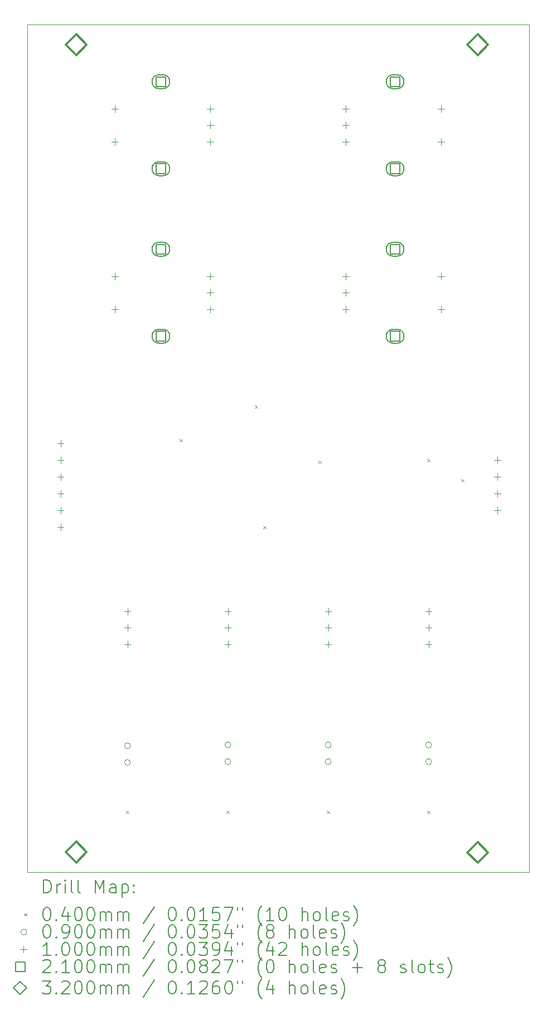
<source format=gbr>
%TF.GenerationSoftware,KiCad,Pcbnew,(6.0.11)*%
%TF.CreationDate,2023-04-05T13:23:07-07:00*%
%TF.ProjectId,IOBoard_ATSAMD21,494f426f-6172-4645-9f41-5453414d4432,rev?*%
%TF.SameCoordinates,Original*%
%TF.FileFunction,Drillmap*%
%TF.FilePolarity,Positive*%
%FSLAX45Y45*%
G04 Gerber Fmt 4.5, Leading zero omitted, Abs format (unit mm)*
G04 Created by KiCad (PCBNEW (6.0.11)) date 2023-04-05 13:23:07*
%MOMM*%
%LPD*%
G01*
G04 APERTURE LIST*
%ADD10C,0.100000*%
%ADD11C,0.200000*%
%ADD12C,0.040000*%
%ADD13C,0.090000*%
%ADD14C,0.210000*%
%ADD15C,0.320000*%
G04 APERTURE END LIST*
D10*
X5000000Y-5000000D02*
X12620000Y-5000000D01*
X12620000Y-5000000D02*
X12620000Y-17850000D01*
X12620000Y-17850000D02*
X5000000Y-17850000D01*
X5000000Y-17850000D02*
X5000000Y-5000000D01*
D11*
D12*
X6504000Y-16918000D02*
X6544000Y-16958000D01*
X6544000Y-16918000D02*
X6504000Y-16958000D01*
X7316800Y-11279200D02*
X7356800Y-11319200D01*
X7356800Y-11279200D02*
X7316800Y-11319200D01*
X8028000Y-16918000D02*
X8068000Y-16958000D01*
X8068000Y-16918000D02*
X8028000Y-16958000D01*
X8459800Y-10771200D02*
X8499800Y-10811200D01*
X8499800Y-10771200D02*
X8459800Y-10811200D01*
X8586800Y-12600000D02*
X8626800Y-12640000D01*
X8626800Y-12600000D02*
X8586800Y-12640000D01*
X9425000Y-11609400D02*
X9465000Y-11649400D01*
X9465000Y-11609400D02*
X9425000Y-11649400D01*
X9552000Y-16918000D02*
X9592000Y-16958000D01*
X9592000Y-16918000D02*
X9552000Y-16958000D01*
X11076000Y-11584000D02*
X11116000Y-11624000D01*
X11116000Y-11584000D02*
X11076000Y-11624000D01*
X11076000Y-16918000D02*
X11116000Y-16958000D01*
X11116000Y-16918000D02*
X11076000Y-16958000D01*
X11592400Y-11888800D02*
X11632400Y-11928800D01*
X11632400Y-11888800D02*
X11592400Y-11928800D01*
D13*
X6569000Y-15934000D02*
G75*
G03*
X6569000Y-15934000I-45000J0D01*
G01*
X6569000Y-16188000D02*
G75*
G03*
X6569000Y-16188000I-45000J0D01*
G01*
X8093000Y-15922000D02*
G75*
G03*
X8093000Y-15922000I-45000J0D01*
G01*
X8093000Y-16176000D02*
G75*
G03*
X8093000Y-16176000I-45000J0D01*
G01*
X9617000Y-15922000D02*
G75*
G03*
X9617000Y-15922000I-45000J0D01*
G01*
X9617000Y-16176000D02*
G75*
G03*
X9617000Y-16176000I-45000J0D01*
G01*
X11141000Y-15922000D02*
G75*
G03*
X11141000Y-15922000I-45000J0D01*
G01*
X11141000Y-16176000D02*
G75*
G03*
X11141000Y-16176000I-45000J0D01*
G01*
D10*
X5508000Y-11300000D02*
X5508000Y-11400000D01*
X5458000Y-11350000D02*
X5558000Y-11350000D01*
X5508000Y-11554000D02*
X5508000Y-11654000D01*
X5458000Y-11604000D02*
X5558000Y-11604000D01*
X5508000Y-11808000D02*
X5508000Y-11908000D01*
X5458000Y-11858000D02*
X5558000Y-11858000D01*
X5508000Y-12062000D02*
X5508000Y-12162000D01*
X5458000Y-12112000D02*
X5558000Y-12112000D01*
X5508000Y-12316000D02*
X5508000Y-12416000D01*
X5458000Y-12366000D02*
X5558000Y-12366000D01*
X5508000Y-12570000D02*
X5508000Y-12670000D01*
X5458000Y-12620000D02*
X5558000Y-12620000D01*
X6332000Y-6224000D02*
X6332000Y-6324000D01*
X6282000Y-6274000D02*
X6382000Y-6274000D01*
X6332000Y-6724000D02*
X6332000Y-6824000D01*
X6282000Y-6774000D02*
X6382000Y-6774000D01*
X6332000Y-8764000D02*
X6332000Y-8864000D01*
X6282000Y-8814000D02*
X6382000Y-8814000D01*
X6332000Y-9264000D02*
X6332000Y-9364000D01*
X6282000Y-9314000D02*
X6382000Y-9314000D01*
X6524000Y-13844000D02*
X6524000Y-13944000D01*
X6474000Y-13894000D02*
X6574000Y-13894000D01*
X6524000Y-14094000D02*
X6524000Y-14194000D01*
X6474000Y-14144000D02*
X6574000Y-14144000D01*
X6524000Y-14344000D02*
X6524000Y-14444000D01*
X6474000Y-14394000D02*
X6574000Y-14394000D01*
X7782000Y-6224000D02*
X7782000Y-6324000D01*
X7732000Y-6274000D02*
X7832000Y-6274000D01*
X7782000Y-6474000D02*
X7782000Y-6574000D01*
X7732000Y-6524000D02*
X7832000Y-6524000D01*
X7782000Y-6724000D02*
X7782000Y-6824000D01*
X7732000Y-6774000D02*
X7832000Y-6774000D01*
X7782000Y-8764000D02*
X7782000Y-8864000D01*
X7732000Y-8814000D02*
X7832000Y-8814000D01*
X7782000Y-9014000D02*
X7782000Y-9114000D01*
X7732000Y-9064000D02*
X7832000Y-9064000D01*
X7782000Y-9264000D02*
X7782000Y-9364000D01*
X7732000Y-9314000D02*
X7832000Y-9314000D01*
X8048000Y-13844000D02*
X8048000Y-13944000D01*
X7998000Y-13894000D02*
X8098000Y-13894000D01*
X8048000Y-14094000D02*
X8048000Y-14194000D01*
X7998000Y-14144000D02*
X8098000Y-14144000D01*
X8048000Y-14344000D02*
X8048000Y-14444000D01*
X7998000Y-14394000D02*
X8098000Y-14394000D01*
X9572000Y-13844000D02*
X9572000Y-13944000D01*
X9522000Y-13894000D02*
X9622000Y-13894000D01*
X9572000Y-14094000D02*
X9572000Y-14194000D01*
X9522000Y-14144000D02*
X9622000Y-14144000D01*
X9572000Y-14344000D02*
X9572000Y-14444000D01*
X9522000Y-14394000D02*
X9622000Y-14394000D01*
X9838000Y-6224000D02*
X9838000Y-6324000D01*
X9788000Y-6274000D02*
X9888000Y-6274000D01*
X9838000Y-6474000D02*
X9838000Y-6574000D01*
X9788000Y-6524000D02*
X9888000Y-6524000D01*
X9838000Y-6724000D02*
X9838000Y-6824000D01*
X9788000Y-6774000D02*
X9888000Y-6774000D01*
X9838000Y-8764000D02*
X9838000Y-8864000D01*
X9788000Y-8814000D02*
X9888000Y-8814000D01*
X9838000Y-9014000D02*
X9838000Y-9114000D01*
X9788000Y-9064000D02*
X9888000Y-9064000D01*
X9838000Y-9264000D02*
X9838000Y-9364000D01*
X9788000Y-9314000D02*
X9888000Y-9314000D01*
X11096000Y-13844000D02*
X11096000Y-13944000D01*
X11046000Y-13894000D02*
X11146000Y-13894000D01*
X11096000Y-14094000D02*
X11096000Y-14194000D01*
X11046000Y-14144000D02*
X11146000Y-14144000D01*
X11096000Y-14344000D02*
X11096000Y-14444000D01*
X11046000Y-14394000D02*
X11146000Y-14394000D01*
X11288000Y-6224000D02*
X11288000Y-6324000D01*
X11238000Y-6274000D02*
X11338000Y-6274000D01*
X11288000Y-6724000D02*
X11288000Y-6824000D01*
X11238000Y-6774000D02*
X11338000Y-6774000D01*
X11288000Y-8764000D02*
X11288000Y-8864000D01*
X11238000Y-8814000D02*
X11338000Y-8814000D01*
X11288000Y-9264000D02*
X11288000Y-9364000D01*
X11238000Y-9314000D02*
X11338000Y-9314000D01*
X12143750Y-11554000D02*
X12143750Y-11654000D01*
X12093750Y-11604000D02*
X12193750Y-11604000D01*
X12143750Y-11808000D02*
X12143750Y-11908000D01*
X12093750Y-11858000D02*
X12193750Y-11858000D01*
X12143750Y-12062000D02*
X12143750Y-12162000D01*
X12093750Y-12112000D02*
X12193750Y-12112000D01*
X12143750Y-12316000D02*
X12143750Y-12416000D01*
X12093750Y-12366000D02*
X12193750Y-12366000D01*
D14*
X7106247Y-5938247D02*
X7106247Y-5789753D01*
X6957753Y-5789753D01*
X6957753Y-5938247D01*
X7106247Y-5938247D01*
D11*
X7002000Y-5969000D02*
X7062000Y-5969000D01*
X7002000Y-5759000D02*
X7062000Y-5759000D01*
X7062000Y-5969000D02*
G75*
G03*
X7062000Y-5759000I0J105000D01*
G01*
X7002000Y-5759000D02*
G75*
G03*
X7002000Y-5969000I0J-105000D01*
G01*
D14*
X7106247Y-7258247D02*
X7106247Y-7109753D01*
X6957753Y-7109753D01*
X6957753Y-7258247D01*
X7106247Y-7258247D01*
D11*
X7002000Y-7289000D02*
X7062000Y-7289000D01*
X7002000Y-7079000D02*
X7062000Y-7079000D01*
X7062000Y-7289000D02*
G75*
G03*
X7062000Y-7079000I0J105000D01*
G01*
X7002000Y-7079000D02*
G75*
G03*
X7002000Y-7289000I0J-105000D01*
G01*
D14*
X7106247Y-8478247D02*
X7106247Y-8329753D01*
X6957753Y-8329753D01*
X6957753Y-8478247D01*
X7106247Y-8478247D01*
D11*
X7002000Y-8509000D02*
X7062000Y-8509000D01*
X7002000Y-8299000D02*
X7062000Y-8299000D01*
X7062000Y-8509000D02*
G75*
G03*
X7062000Y-8299000I0J105000D01*
G01*
X7002000Y-8299000D02*
G75*
G03*
X7002000Y-8509000I0J-105000D01*
G01*
D14*
X7106247Y-9798247D02*
X7106247Y-9649753D01*
X6957753Y-9649753D01*
X6957753Y-9798247D01*
X7106247Y-9798247D01*
D11*
X7002000Y-9829000D02*
X7062000Y-9829000D01*
X7002000Y-9619000D02*
X7062000Y-9619000D01*
X7062000Y-9829000D02*
G75*
G03*
X7062000Y-9619000I0J105000D01*
G01*
X7002000Y-9619000D02*
G75*
G03*
X7002000Y-9829000I0J-105000D01*
G01*
D14*
X10662247Y-5938247D02*
X10662247Y-5789753D01*
X10513753Y-5789753D01*
X10513753Y-5938247D01*
X10662247Y-5938247D01*
D11*
X10618000Y-5759000D02*
X10558000Y-5759000D01*
X10618000Y-5969000D02*
X10558000Y-5969000D01*
X10558000Y-5759000D02*
G75*
G03*
X10558000Y-5969000I0J-105000D01*
G01*
X10618000Y-5969000D02*
G75*
G03*
X10618000Y-5759000I0J105000D01*
G01*
D14*
X10662247Y-7258247D02*
X10662247Y-7109753D01*
X10513753Y-7109753D01*
X10513753Y-7258247D01*
X10662247Y-7258247D01*
D11*
X10618000Y-7079000D02*
X10558000Y-7079000D01*
X10618000Y-7289000D02*
X10558000Y-7289000D01*
X10558000Y-7079000D02*
G75*
G03*
X10558000Y-7289000I0J-105000D01*
G01*
X10618000Y-7289000D02*
G75*
G03*
X10618000Y-7079000I0J105000D01*
G01*
D14*
X10662247Y-8478247D02*
X10662247Y-8329753D01*
X10513753Y-8329753D01*
X10513753Y-8478247D01*
X10662247Y-8478247D01*
D11*
X10618000Y-8299000D02*
X10558000Y-8299000D01*
X10618000Y-8509000D02*
X10558000Y-8509000D01*
X10558000Y-8299000D02*
G75*
G03*
X10558000Y-8509000I0J-105000D01*
G01*
X10618000Y-8509000D02*
G75*
G03*
X10618000Y-8299000I0J105000D01*
G01*
D14*
X10662247Y-9798247D02*
X10662247Y-9649753D01*
X10513753Y-9649753D01*
X10513753Y-9798247D01*
X10662247Y-9798247D01*
D11*
X10618000Y-9619000D02*
X10558000Y-9619000D01*
X10618000Y-9829000D02*
X10558000Y-9829000D01*
X10558000Y-9619000D02*
G75*
G03*
X10558000Y-9829000I0J-105000D01*
G01*
X10618000Y-9829000D02*
G75*
G03*
X10618000Y-9619000I0J105000D01*
G01*
D15*
X5745000Y-5460000D02*
X5905000Y-5300000D01*
X5745000Y-5140000D01*
X5585000Y-5300000D01*
X5745000Y-5460000D01*
X5745000Y-17702800D02*
X5905000Y-17542800D01*
X5745000Y-17382800D01*
X5585000Y-17542800D01*
X5745000Y-17702800D01*
X11841000Y-5460000D02*
X12001000Y-5300000D01*
X11841000Y-5140000D01*
X11681000Y-5300000D01*
X11841000Y-5460000D01*
X11841000Y-17710000D02*
X12001000Y-17550000D01*
X11841000Y-17390000D01*
X11681000Y-17550000D01*
X11841000Y-17710000D01*
D11*
X5252619Y-18165476D02*
X5252619Y-17965476D01*
X5300238Y-17965476D01*
X5328810Y-17975000D01*
X5347857Y-17994048D01*
X5357381Y-18013095D01*
X5366905Y-18051190D01*
X5366905Y-18079762D01*
X5357381Y-18117857D01*
X5347857Y-18136905D01*
X5328810Y-18155952D01*
X5300238Y-18165476D01*
X5252619Y-18165476D01*
X5452619Y-18165476D02*
X5452619Y-18032143D01*
X5452619Y-18070238D02*
X5462143Y-18051190D01*
X5471667Y-18041667D01*
X5490714Y-18032143D01*
X5509762Y-18032143D01*
X5576429Y-18165476D02*
X5576429Y-18032143D01*
X5576429Y-17965476D02*
X5566905Y-17975000D01*
X5576429Y-17984524D01*
X5585952Y-17975000D01*
X5576429Y-17965476D01*
X5576429Y-17984524D01*
X5700238Y-18165476D02*
X5681190Y-18155952D01*
X5671667Y-18136905D01*
X5671667Y-17965476D01*
X5805000Y-18165476D02*
X5785952Y-18155952D01*
X5776428Y-18136905D01*
X5776428Y-17965476D01*
X6033571Y-18165476D02*
X6033571Y-17965476D01*
X6100238Y-18108333D01*
X6166905Y-17965476D01*
X6166905Y-18165476D01*
X6347857Y-18165476D02*
X6347857Y-18060714D01*
X6338333Y-18041667D01*
X6319286Y-18032143D01*
X6281190Y-18032143D01*
X6262143Y-18041667D01*
X6347857Y-18155952D02*
X6328809Y-18165476D01*
X6281190Y-18165476D01*
X6262143Y-18155952D01*
X6252619Y-18136905D01*
X6252619Y-18117857D01*
X6262143Y-18098810D01*
X6281190Y-18089286D01*
X6328809Y-18089286D01*
X6347857Y-18079762D01*
X6443095Y-18032143D02*
X6443095Y-18232143D01*
X6443095Y-18041667D02*
X6462143Y-18032143D01*
X6500238Y-18032143D01*
X6519286Y-18041667D01*
X6528809Y-18051190D01*
X6538333Y-18070238D01*
X6538333Y-18127381D01*
X6528809Y-18146429D01*
X6519286Y-18155952D01*
X6500238Y-18165476D01*
X6462143Y-18165476D01*
X6443095Y-18155952D01*
X6624048Y-18146429D02*
X6633571Y-18155952D01*
X6624048Y-18165476D01*
X6614524Y-18155952D01*
X6624048Y-18146429D01*
X6624048Y-18165476D01*
X6624048Y-18041667D02*
X6633571Y-18051190D01*
X6624048Y-18060714D01*
X6614524Y-18051190D01*
X6624048Y-18041667D01*
X6624048Y-18060714D01*
D12*
X4955000Y-18475000D02*
X4995000Y-18515000D01*
X4995000Y-18475000D02*
X4955000Y-18515000D01*
D11*
X5290714Y-18385476D02*
X5309762Y-18385476D01*
X5328810Y-18395000D01*
X5338333Y-18404524D01*
X5347857Y-18423571D01*
X5357381Y-18461667D01*
X5357381Y-18509286D01*
X5347857Y-18547381D01*
X5338333Y-18566429D01*
X5328810Y-18575952D01*
X5309762Y-18585476D01*
X5290714Y-18585476D01*
X5271667Y-18575952D01*
X5262143Y-18566429D01*
X5252619Y-18547381D01*
X5243095Y-18509286D01*
X5243095Y-18461667D01*
X5252619Y-18423571D01*
X5262143Y-18404524D01*
X5271667Y-18395000D01*
X5290714Y-18385476D01*
X5443095Y-18566429D02*
X5452619Y-18575952D01*
X5443095Y-18585476D01*
X5433571Y-18575952D01*
X5443095Y-18566429D01*
X5443095Y-18585476D01*
X5624048Y-18452143D02*
X5624048Y-18585476D01*
X5576429Y-18375952D02*
X5528810Y-18518810D01*
X5652619Y-18518810D01*
X5766905Y-18385476D02*
X5785952Y-18385476D01*
X5805000Y-18395000D01*
X5814524Y-18404524D01*
X5824048Y-18423571D01*
X5833571Y-18461667D01*
X5833571Y-18509286D01*
X5824048Y-18547381D01*
X5814524Y-18566429D01*
X5805000Y-18575952D01*
X5785952Y-18585476D01*
X5766905Y-18585476D01*
X5747857Y-18575952D01*
X5738333Y-18566429D01*
X5728809Y-18547381D01*
X5719286Y-18509286D01*
X5719286Y-18461667D01*
X5728809Y-18423571D01*
X5738333Y-18404524D01*
X5747857Y-18395000D01*
X5766905Y-18385476D01*
X5957381Y-18385476D02*
X5976428Y-18385476D01*
X5995476Y-18395000D01*
X6005000Y-18404524D01*
X6014524Y-18423571D01*
X6024048Y-18461667D01*
X6024048Y-18509286D01*
X6014524Y-18547381D01*
X6005000Y-18566429D01*
X5995476Y-18575952D01*
X5976428Y-18585476D01*
X5957381Y-18585476D01*
X5938333Y-18575952D01*
X5928809Y-18566429D01*
X5919286Y-18547381D01*
X5909762Y-18509286D01*
X5909762Y-18461667D01*
X5919286Y-18423571D01*
X5928809Y-18404524D01*
X5938333Y-18395000D01*
X5957381Y-18385476D01*
X6109762Y-18585476D02*
X6109762Y-18452143D01*
X6109762Y-18471190D02*
X6119286Y-18461667D01*
X6138333Y-18452143D01*
X6166905Y-18452143D01*
X6185952Y-18461667D01*
X6195476Y-18480714D01*
X6195476Y-18585476D01*
X6195476Y-18480714D02*
X6205000Y-18461667D01*
X6224048Y-18452143D01*
X6252619Y-18452143D01*
X6271667Y-18461667D01*
X6281190Y-18480714D01*
X6281190Y-18585476D01*
X6376428Y-18585476D02*
X6376428Y-18452143D01*
X6376428Y-18471190D02*
X6385952Y-18461667D01*
X6405000Y-18452143D01*
X6433571Y-18452143D01*
X6452619Y-18461667D01*
X6462143Y-18480714D01*
X6462143Y-18585476D01*
X6462143Y-18480714D02*
X6471667Y-18461667D01*
X6490714Y-18452143D01*
X6519286Y-18452143D01*
X6538333Y-18461667D01*
X6547857Y-18480714D01*
X6547857Y-18585476D01*
X6938333Y-18375952D02*
X6766905Y-18633095D01*
X7195476Y-18385476D02*
X7214524Y-18385476D01*
X7233571Y-18395000D01*
X7243095Y-18404524D01*
X7252619Y-18423571D01*
X7262143Y-18461667D01*
X7262143Y-18509286D01*
X7252619Y-18547381D01*
X7243095Y-18566429D01*
X7233571Y-18575952D01*
X7214524Y-18585476D01*
X7195476Y-18585476D01*
X7176428Y-18575952D01*
X7166905Y-18566429D01*
X7157381Y-18547381D01*
X7147857Y-18509286D01*
X7147857Y-18461667D01*
X7157381Y-18423571D01*
X7166905Y-18404524D01*
X7176428Y-18395000D01*
X7195476Y-18385476D01*
X7347857Y-18566429D02*
X7357381Y-18575952D01*
X7347857Y-18585476D01*
X7338333Y-18575952D01*
X7347857Y-18566429D01*
X7347857Y-18585476D01*
X7481190Y-18385476D02*
X7500238Y-18385476D01*
X7519286Y-18395000D01*
X7528809Y-18404524D01*
X7538333Y-18423571D01*
X7547857Y-18461667D01*
X7547857Y-18509286D01*
X7538333Y-18547381D01*
X7528809Y-18566429D01*
X7519286Y-18575952D01*
X7500238Y-18585476D01*
X7481190Y-18585476D01*
X7462143Y-18575952D01*
X7452619Y-18566429D01*
X7443095Y-18547381D01*
X7433571Y-18509286D01*
X7433571Y-18461667D01*
X7443095Y-18423571D01*
X7452619Y-18404524D01*
X7462143Y-18395000D01*
X7481190Y-18385476D01*
X7738333Y-18585476D02*
X7624048Y-18585476D01*
X7681190Y-18585476D02*
X7681190Y-18385476D01*
X7662143Y-18414048D01*
X7643095Y-18433095D01*
X7624048Y-18442619D01*
X7919286Y-18385476D02*
X7824048Y-18385476D01*
X7814524Y-18480714D01*
X7824048Y-18471190D01*
X7843095Y-18461667D01*
X7890714Y-18461667D01*
X7909762Y-18471190D01*
X7919286Y-18480714D01*
X7928809Y-18499762D01*
X7928809Y-18547381D01*
X7919286Y-18566429D01*
X7909762Y-18575952D01*
X7890714Y-18585476D01*
X7843095Y-18585476D01*
X7824048Y-18575952D01*
X7814524Y-18566429D01*
X7995476Y-18385476D02*
X8128809Y-18385476D01*
X8043095Y-18585476D01*
X8195476Y-18385476D02*
X8195476Y-18423571D01*
X8271667Y-18385476D02*
X8271667Y-18423571D01*
X8566905Y-18661667D02*
X8557381Y-18652143D01*
X8538333Y-18623571D01*
X8528810Y-18604524D01*
X8519286Y-18575952D01*
X8509762Y-18528333D01*
X8509762Y-18490238D01*
X8519286Y-18442619D01*
X8528810Y-18414048D01*
X8538333Y-18395000D01*
X8557381Y-18366429D01*
X8566905Y-18356905D01*
X8747857Y-18585476D02*
X8633571Y-18585476D01*
X8690714Y-18585476D02*
X8690714Y-18385476D01*
X8671667Y-18414048D01*
X8652619Y-18433095D01*
X8633571Y-18442619D01*
X8871667Y-18385476D02*
X8890714Y-18385476D01*
X8909762Y-18395000D01*
X8919286Y-18404524D01*
X8928810Y-18423571D01*
X8938333Y-18461667D01*
X8938333Y-18509286D01*
X8928810Y-18547381D01*
X8919286Y-18566429D01*
X8909762Y-18575952D01*
X8890714Y-18585476D01*
X8871667Y-18585476D01*
X8852619Y-18575952D01*
X8843095Y-18566429D01*
X8833571Y-18547381D01*
X8824048Y-18509286D01*
X8824048Y-18461667D01*
X8833571Y-18423571D01*
X8843095Y-18404524D01*
X8852619Y-18395000D01*
X8871667Y-18385476D01*
X9176429Y-18585476D02*
X9176429Y-18385476D01*
X9262143Y-18585476D02*
X9262143Y-18480714D01*
X9252619Y-18461667D01*
X9233571Y-18452143D01*
X9205000Y-18452143D01*
X9185952Y-18461667D01*
X9176429Y-18471190D01*
X9385952Y-18585476D02*
X9366905Y-18575952D01*
X9357381Y-18566429D01*
X9347857Y-18547381D01*
X9347857Y-18490238D01*
X9357381Y-18471190D01*
X9366905Y-18461667D01*
X9385952Y-18452143D01*
X9414524Y-18452143D01*
X9433571Y-18461667D01*
X9443095Y-18471190D01*
X9452619Y-18490238D01*
X9452619Y-18547381D01*
X9443095Y-18566429D01*
X9433571Y-18575952D01*
X9414524Y-18585476D01*
X9385952Y-18585476D01*
X9566905Y-18585476D02*
X9547857Y-18575952D01*
X9538333Y-18556905D01*
X9538333Y-18385476D01*
X9719286Y-18575952D02*
X9700238Y-18585476D01*
X9662143Y-18585476D01*
X9643095Y-18575952D01*
X9633571Y-18556905D01*
X9633571Y-18480714D01*
X9643095Y-18461667D01*
X9662143Y-18452143D01*
X9700238Y-18452143D01*
X9719286Y-18461667D01*
X9728810Y-18480714D01*
X9728810Y-18499762D01*
X9633571Y-18518810D01*
X9805000Y-18575952D02*
X9824048Y-18585476D01*
X9862143Y-18585476D01*
X9881190Y-18575952D01*
X9890714Y-18556905D01*
X9890714Y-18547381D01*
X9881190Y-18528333D01*
X9862143Y-18518810D01*
X9833571Y-18518810D01*
X9814524Y-18509286D01*
X9805000Y-18490238D01*
X9805000Y-18480714D01*
X9814524Y-18461667D01*
X9833571Y-18452143D01*
X9862143Y-18452143D01*
X9881190Y-18461667D01*
X9957381Y-18661667D02*
X9966905Y-18652143D01*
X9985952Y-18623571D01*
X9995476Y-18604524D01*
X10005000Y-18575952D01*
X10014524Y-18528333D01*
X10014524Y-18490238D01*
X10005000Y-18442619D01*
X9995476Y-18414048D01*
X9985952Y-18395000D01*
X9966905Y-18366429D01*
X9957381Y-18356905D01*
D13*
X4995000Y-18759000D02*
G75*
G03*
X4995000Y-18759000I-45000J0D01*
G01*
D11*
X5290714Y-18649476D02*
X5309762Y-18649476D01*
X5328810Y-18659000D01*
X5338333Y-18668524D01*
X5347857Y-18687571D01*
X5357381Y-18725667D01*
X5357381Y-18773286D01*
X5347857Y-18811381D01*
X5338333Y-18830429D01*
X5328810Y-18839952D01*
X5309762Y-18849476D01*
X5290714Y-18849476D01*
X5271667Y-18839952D01*
X5262143Y-18830429D01*
X5252619Y-18811381D01*
X5243095Y-18773286D01*
X5243095Y-18725667D01*
X5252619Y-18687571D01*
X5262143Y-18668524D01*
X5271667Y-18659000D01*
X5290714Y-18649476D01*
X5443095Y-18830429D02*
X5452619Y-18839952D01*
X5443095Y-18849476D01*
X5433571Y-18839952D01*
X5443095Y-18830429D01*
X5443095Y-18849476D01*
X5547857Y-18849476D02*
X5585952Y-18849476D01*
X5605000Y-18839952D01*
X5614524Y-18830429D01*
X5633571Y-18801857D01*
X5643095Y-18763762D01*
X5643095Y-18687571D01*
X5633571Y-18668524D01*
X5624048Y-18659000D01*
X5605000Y-18649476D01*
X5566905Y-18649476D01*
X5547857Y-18659000D01*
X5538333Y-18668524D01*
X5528810Y-18687571D01*
X5528810Y-18735190D01*
X5538333Y-18754238D01*
X5547857Y-18763762D01*
X5566905Y-18773286D01*
X5605000Y-18773286D01*
X5624048Y-18763762D01*
X5633571Y-18754238D01*
X5643095Y-18735190D01*
X5766905Y-18649476D02*
X5785952Y-18649476D01*
X5805000Y-18659000D01*
X5814524Y-18668524D01*
X5824048Y-18687571D01*
X5833571Y-18725667D01*
X5833571Y-18773286D01*
X5824048Y-18811381D01*
X5814524Y-18830429D01*
X5805000Y-18839952D01*
X5785952Y-18849476D01*
X5766905Y-18849476D01*
X5747857Y-18839952D01*
X5738333Y-18830429D01*
X5728809Y-18811381D01*
X5719286Y-18773286D01*
X5719286Y-18725667D01*
X5728809Y-18687571D01*
X5738333Y-18668524D01*
X5747857Y-18659000D01*
X5766905Y-18649476D01*
X5957381Y-18649476D02*
X5976428Y-18649476D01*
X5995476Y-18659000D01*
X6005000Y-18668524D01*
X6014524Y-18687571D01*
X6024048Y-18725667D01*
X6024048Y-18773286D01*
X6014524Y-18811381D01*
X6005000Y-18830429D01*
X5995476Y-18839952D01*
X5976428Y-18849476D01*
X5957381Y-18849476D01*
X5938333Y-18839952D01*
X5928809Y-18830429D01*
X5919286Y-18811381D01*
X5909762Y-18773286D01*
X5909762Y-18725667D01*
X5919286Y-18687571D01*
X5928809Y-18668524D01*
X5938333Y-18659000D01*
X5957381Y-18649476D01*
X6109762Y-18849476D02*
X6109762Y-18716143D01*
X6109762Y-18735190D02*
X6119286Y-18725667D01*
X6138333Y-18716143D01*
X6166905Y-18716143D01*
X6185952Y-18725667D01*
X6195476Y-18744714D01*
X6195476Y-18849476D01*
X6195476Y-18744714D02*
X6205000Y-18725667D01*
X6224048Y-18716143D01*
X6252619Y-18716143D01*
X6271667Y-18725667D01*
X6281190Y-18744714D01*
X6281190Y-18849476D01*
X6376428Y-18849476D02*
X6376428Y-18716143D01*
X6376428Y-18735190D02*
X6385952Y-18725667D01*
X6405000Y-18716143D01*
X6433571Y-18716143D01*
X6452619Y-18725667D01*
X6462143Y-18744714D01*
X6462143Y-18849476D01*
X6462143Y-18744714D02*
X6471667Y-18725667D01*
X6490714Y-18716143D01*
X6519286Y-18716143D01*
X6538333Y-18725667D01*
X6547857Y-18744714D01*
X6547857Y-18849476D01*
X6938333Y-18639952D02*
X6766905Y-18897095D01*
X7195476Y-18649476D02*
X7214524Y-18649476D01*
X7233571Y-18659000D01*
X7243095Y-18668524D01*
X7252619Y-18687571D01*
X7262143Y-18725667D01*
X7262143Y-18773286D01*
X7252619Y-18811381D01*
X7243095Y-18830429D01*
X7233571Y-18839952D01*
X7214524Y-18849476D01*
X7195476Y-18849476D01*
X7176428Y-18839952D01*
X7166905Y-18830429D01*
X7157381Y-18811381D01*
X7147857Y-18773286D01*
X7147857Y-18725667D01*
X7157381Y-18687571D01*
X7166905Y-18668524D01*
X7176428Y-18659000D01*
X7195476Y-18649476D01*
X7347857Y-18830429D02*
X7357381Y-18839952D01*
X7347857Y-18849476D01*
X7338333Y-18839952D01*
X7347857Y-18830429D01*
X7347857Y-18849476D01*
X7481190Y-18649476D02*
X7500238Y-18649476D01*
X7519286Y-18659000D01*
X7528809Y-18668524D01*
X7538333Y-18687571D01*
X7547857Y-18725667D01*
X7547857Y-18773286D01*
X7538333Y-18811381D01*
X7528809Y-18830429D01*
X7519286Y-18839952D01*
X7500238Y-18849476D01*
X7481190Y-18849476D01*
X7462143Y-18839952D01*
X7452619Y-18830429D01*
X7443095Y-18811381D01*
X7433571Y-18773286D01*
X7433571Y-18725667D01*
X7443095Y-18687571D01*
X7452619Y-18668524D01*
X7462143Y-18659000D01*
X7481190Y-18649476D01*
X7614524Y-18649476D02*
X7738333Y-18649476D01*
X7671667Y-18725667D01*
X7700238Y-18725667D01*
X7719286Y-18735190D01*
X7728809Y-18744714D01*
X7738333Y-18763762D01*
X7738333Y-18811381D01*
X7728809Y-18830429D01*
X7719286Y-18839952D01*
X7700238Y-18849476D01*
X7643095Y-18849476D01*
X7624048Y-18839952D01*
X7614524Y-18830429D01*
X7919286Y-18649476D02*
X7824048Y-18649476D01*
X7814524Y-18744714D01*
X7824048Y-18735190D01*
X7843095Y-18725667D01*
X7890714Y-18725667D01*
X7909762Y-18735190D01*
X7919286Y-18744714D01*
X7928809Y-18763762D01*
X7928809Y-18811381D01*
X7919286Y-18830429D01*
X7909762Y-18839952D01*
X7890714Y-18849476D01*
X7843095Y-18849476D01*
X7824048Y-18839952D01*
X7814524Y-18830429D01*
X8100238Y-18716143D02*
X8100238Y-18849476D01*
X8052619Y-18639952D02*
X8005000Y-18782810D01*
X8128809Y-18782810D01*
X8195476Y-18649476D02*
X8195476Y-18687571D01*
X8271667Y-18649476D02*
X8271667Y-18687571D01*
X8566905Y-18925667D02*
X8557381Y-18916143D01*
X8538333Y-18887571D01*
X8528810Y-18868524D01*
X8519286Y-18839952D01*
X8509762Y-18792333D01*
X8509762Y-18754238D01*
X8519286Y-18706619D01*
X8528810Y-18678048D01*
X8538333Y-18659000D01*
X8557381Y-18630429D01*
X8566905Y-18620905D01*
X8671667Y-18735190D02*
X8652619Y-18725667D01*
X8643095Y-18716143D01*
X8633571Y-18697095D01*
X8633571Y-18687571D01*
X8643095Y-18668524D01*
X8652619Y-18659000D01*
X8671667Y-18649476D01*
X8709762Y-18649476D01*
X8728810Y-18659000D01*
X8738333Y-18668524D01*
X8747857Y-18687571D01*
X8747857Y-18697095D01*
X8738333Y-18716143D01*
X8728810Y-18725667D01*
X8709762Y-18735190D01*
X8671667Y-18735190D01*
X8652619Y-18744714D01*
X8643095Y-18754238D01*
X8633571Y-18773286D01*
X8633571Y-18811381D01*
X8643095Y-18830429D01*
X8652619Y-18839952D01*
X8671667Y-18849476D01*
X8709762Y-18849476D01*
X8728810Y-18839952D01*
X8738333Y-18830429D01*
X8747857Y-18811381D01*
X8747857Y-18773286D01*
X8738333Y-18754238D01*
X8728810Y-18744714D01*
X8709762Y-18735190D01*
X8985952Y-18849476D02*
X8985952Y-18649476D01*
X9071667Y-18849476D02*
X9071667Y-18744714D01*
X9062143Y-18725667D01*
X9043095Y-18716143D01*
X9014524Y-18716143D01*
X8995476Y-18725667D01*
X8985952Y-18735190D01*
X9195476Y-18849476D02*
X9176429Y-18839952D01*
X9166905Y-18830429D01*
X9157381Y-18811381D01*
X9157381Y-18754238D01*
X9166905Y-18735190D01*
X9176429Y-18725667D01*
X9195476Y-18716143D01*
X9224048Y-18716143D01*
X9243095Y-18725667D01*
X9252619Y-18735190D01*
X9262143Y-18754238D01*
X9262143Y-18811381D01*
X9252619Y-18830429D01*
X9243095Y-18839952D01*
X9224048Y-18849476D01*
X9195476Y-18849476D01*
X9376429Y-18849476D02*
X9357381Y-18839952D01*
X9347857Y-18820905D01*
X9347857Y-18649476D01*
X9528810Y-18839952D02*
X9509762Y-18849476D01*
X9471667Y-18849476D01*
X9452619Y-18839952D01*
X9443095Y-18820905D01*
X9443095Y-18744714D01*
X9452619Y-18725667D01*
X9471667Y-18716143D01*
X9509762Y-18716143D01*
X9528810Y-18725667D01*
X9538333Y-18744714D01*
X9538333Y-18763762D01*
X9443095Y-18782810D01*
X9614524Y-18839952D02*
X9633571Y-18849476D01*
X9671667Y-18849476D01*
X9690714Y-18839952D01*
X9700238Y-18820905D01*
X9700238Y-18811381D01*
X9690714Y-18792333D01*
X9671667Y-18782810D01*
X9643095Y-18782810D01*
X9624048Y-18773286D01*
X9614524Y-18754238D01*
X9614524Y-18744714D01*
X9624048Y-18725667D01*
X9643095Y-18716143D01*
X9671667Y-18716143D01*
X9690714Y-18725667D01*
X9766905Y-18925667D02*
X9776429Y-18916143D01*
X9795476Y-18887571D01*
X9805000Y-18868524D01*
X9814524Y-18839952D01*
X9824048Y-18792333D01*
X9824048Y-18754238D01*
X9814524Y-18706619D01*
X9805000Y-18678048D01*
X9795476Y-18659000D01*
X9776429Y-18630429D01*
X9766905Y-18620905D01*
D10*
X4945000Y-18973000D02*
X4945000Y-19073000D01*
X4895000Y-19023000D02*
X4995000Y-19023000D01*
D11*
X5357381Y-19113476D02*
X5243095Y-19113476D01*
X5300238Y-19113476D02*
X5300238Y-18913476D01*
X5281190Y-18942048D01*
X5262143Y-18961095D01*
X5243095Y-18970619D01*
X5443095Y-19094429D02*
X5452619Y-19103952D01*
X5443095Y-19113476D01*
X5433571Y-19103952D01*
X5443095Y-19094429D01*
X5443095Y-19113476D01*
X5576429Y-18913476D02*
X5595476Y-18913476D01*
X5614524Y-18923000D01*
X5624048Y-18932524D01*
X5633571Y-18951571D01*
X5643095Y-18989667D01*
X5643095Y-19037286D01*
X5633571Y-19075381D01*
X5624048Y-19094429D01*
X5614524Y-19103952D01*
X5595476Y-19113476D01*
X5576429Y-19113476D01*
X5557381Y-19103952D01*
X5547857Y-19094429D01*
X5538333Y-19075381D01*
X5528810Y-19037286D01*
X5528810Y-18989667D01*
X5538333Y-18951571D01*
X5547857Y-18932524D01*
X5557381Y-18923000D01*
X5576429Y-18913476D01*
X5766905Y-18913476D02*
X5785952Y-18913476D01*
X5805000Y-18923000D01*
X5814524Y-18932524D01*
X5824048Y-18951571D01*
X5833571Y-18989667D01*
X5833571Y-19037286D01*
X5824048Y-19075381D01*
X5814524Y-19094429D01*
X5805000Y-19103952D01*
X5785952Y-19113476D01*
X5766905Y-19113476D01*
X5747857Y-19103952D01*
X5738333Y-19094429D01*
X5728809Y-19075381D01*
X5719286Y-19037286D01*
X5719286Y-18989667D01*
X5728809Y-18951571D01*
X5738333Y-18932524D01*
X5747857Y-18923000D01*
X5766905Y-18913476D01*
X5957381Y-18913476D02*
X5976428Y-18913476D01*
X5995476Y-18923000D01*
X6005000Y-18932524D01*
X6014524Y-18951571D01*
X6024048Y-18989667D01*
X6024048Y-19037286D01*
X6014524Y-19075381D01*
X6005000Y-19094429D01*
X5995476Y-19103952D01*
X5976428Y-19113476D01*
X5957381Y-19113476D01*
X5938333Y-19103952D01*
X5928809Y-19094429D01*
X5919286Y-19075381D01*
X5909762Y-19037286D01*
X5909762Y-18989667D01*
X5919286Y-18951571D01*
X5928809Y-18932524D01*
X5938333Y-18923000D01*
X5957381Y-18913476D01*
X6109762Y-19113476D02*
X6109762Y-18980143D01*
X6109762Y-18999190D02*
X6119286Y-18989667D01*
X6138333Y-18980143D01*
X6166905Y-18980143D01*
X6185952Y-18989667D01*
X6195476Y-19008714D01*
X6195476Y-19113476D01*
X6195476Y-19008714D02*
X6205000Y-18989667D01*
X6224048Y-18980143D01*
X6252619Y-18980143D01*
X6271667Y-18989667D01*
X6281190Y-19008714D01*
X6281190Y-19113476D01*
X6376428Y-19113476D02*
X6376428Y-18980143D01*
X6376428Y-18999190D02*
X6385952Y-18989667D01*
X6405000Y-18980143D01*
X6433571Y-18980143D01*
X6452619Y-18989667D01*
X6462143Y-19008714D01*
X6462143Y-19113476D01*
X6462143Y-19008714D02*
X6471667Y-18989667D01*
X6490714Y-18980143D01*
X6519286Y-18980143D01*
X6538333Y-18989667D01*
X6547857Y-19008714D01*
X6547857Y-19113476D01*
X6938333Y-18903952D02*
X6766905Y-19161095D01*
X7195476Y-18913476D02*
X7214524Y-18913476D01*
X7233571Y-18923000D01*
X7243095Y-18932524D01*
X7252619Y-18951571D01*
X7262143Y-18989667D01*
X7262143Y-19037286D01*
X7252619Y-19075381D01*
X7243095Y-19094429D01*
X7233571Y-19103952D01*
X7214524Y-19113476D01*
X7195476Y-19113476D01*
X7176428Y-19103952D01*
X7166905Y-19094429D01*
X7157381Y-19075381D01*
X7147857Y-19037286D01*
X7147857Y-18989667D01*
X7157381Y-18951571D01*
X7166905Y-18932524D01*
X7176428Y-18923000D01*
X7195476Y-18913476D01*
X7347857Y-19094429D02*
X7357381Y-19103952D01*
X7347857Y-19113476D01*
X7338333Y-19103952D01*
X7347857Y-19094429D01*
X7347857Y-19113476D01*
X7481190Y-18913476D02*
X7500238Y-18913476D01*
X7519286Y-18923000D01*
X7528809Y-18932524D01*
X7538333Y-18951571D01*
X7547857Y-18989667D01*
X7547857Y-19037286D01*
X7538333Y-19075381D01*
X7528809Y-19094429D01*
X7519286Y-19103952D01*
X7500238Y-19113476D01*
X7481190Y-19113476D01*
X7462143Y-19103952D01*
X7452619Y-19094429D01*
X7443095Y-19075381D01*
X7433571Y-19037286D01*
X7433571Y-18989667D01*
X7443095Y-18951571D01*
X7452619Y-18932524D01*
X7462143Y-18923000D01*
X7481190Y-18913476D01*
X7614524Y-18913476D02*
X7738333Y-18913476D01*
X7671667Y-18989667D01*
X7700238Y-18989667D01*
X7719286Y-18999190D01*
X7728809Y-19008714D01*
X7738333Y-19027762D01*
X7738333Y-19075381D01*
X7728809Y-19094429D01*
X7719286Y-19103952D01*
X7700238Y-19113476D01*
X7643095Y-19113476D01*
X7624048Y-19103952D01*
X7614524Y-19094429D01*
X7833571Y-19113476D02*
X7871667Y-19113476D01*
X7890714Y-19103952D01*
X7900238Y-19094429D01*
X7919286Y-19065857D01*
X7928809Y-19027762D01*
X7928809Y-18951571D01*
X7919286Y-18932524D01*
X7909762Y-18923000D01*
X7890714Y-18913476D01*
X7852619Y-18913476D01*
X7833571Y-18923000D01*
X7824048Y-18932524D01*
X7814524Y-18951571D01*
X7814524Y-18999190D01*
X7824048Y-19018238D01*
X7833571Y-19027762D01*
X7852619Y-19037286D01*
X7890714Y-19037286D01*
X7909762Y-19027762D01*
X7919286Y-19018238D01*
X7928809Y-18999190D01*
X8100238Y-18980143D02*
X8100238Y-19113476D01*
X8052619Y-18903952D02*
X8005000Y-19046810D01*
X8128809Y-19046810D01*
X8195476Y-18913476D02*
X8195476Y-18951571D01*
X8271667Y-18913476D02*
X8271667Y-18951571D01*
X8566905Y-19189667D02*
X8557381Y-19180143D01*
X8538333Y-19151571D01*
X8528810Y-19132524D01*
X8519286Y-19103952D01*
X8509762Y-19056333D01*
X8509762Y-19018238D01*
X8519286Y-18970619D01*
X8528810Y-18942048D01*
X8538333Y-18923000D01*
X8557381Y-18894429D01*
X8566905Y-18884905D01*
X8728810Y-18980143D02*
X8728810Y-19113476D01*
X8681190Y-18903952D02*
X8633571Y-19046810D01*
X8757381Y-19046810D01*
X8824048Y-18932524D02*
X8833571Y-18923000D01*
X8852619Y-18913476D01*
X8900238Y-18913476D01*
X8919286Y-18923000D01*
X8928810Y-18932524D01*
X8938333Y-18951571D01*
X8938333Y-18970619D01*
X8928810Y-18999190D01*
X8814524Y-19113476D01*
X8938333Y-19113476D01*
X9176429Y-19113476D02*
X9176429Y-18913476D01*
X9262143Y-19113476D02*
X9262143Y-19008714D01*
X9252619Y-18989667D01*
X9233571Y-18980143D01*
X9205000Y-18980143D01*
X9185952Y-18989667D01*
X9176429Y-18999190D01*
X9385952Y-19113476D02*
X9366905Y-19103952D01*
X9357381Y-19094429D01*
X9347857Y-19075381D01*
X9347857Y-19018238D01*
X9357381Y-18999190D01*
X9366905Y-18989667D01*
X9385952Y-18980143D01*
X9414524Y-18980143D01*
X9433571Y-18989667D01*
X9443095Y-18999190D01*
X9452619Y-19018238D01*
X9452619Y-19075381D01*
X9443095Y-19094429D01*
X9433571Y-19103952D01*
X9414524Y-19113476D01*
X9385952Y-19113476D01*
X9566905Y-19113476D02*
X9547857Y-19103952D01*
X9538333Y-19084905D01*
X9538333Y-18913476D01*
X9719286Y-19103952D02*
X9700238Y-19113476D01*
X9662143Y-19113476D01*
X9643095Y-19103952D01*
X9633571Y-19084905D01*
X9633571Y-19008714D01*
X9643095Y-18989667D01*
X9662143Y-18980143D01*
X9700238Y-18980143D01*
X9719286Y-18989667D01*
X9728810Y-19008714D01*
X9728810Y-19027762D01*
X9633571Y-19046810D01*
X9805000Y-19103952D02*
X9824048Y-19113476D01*
X9862143Y-19113476D01*
X9881190Y-19103952D01*
X9890714Y-19084905D01*
X9890714Y-19075381D01*
X9881190Y-19056333D01*
X9862143Y-19046810D01*
X9833571Y-19046810D01*
X9814524Y-19037286D01*
X9805000Y-19018238D01*
X9805000Y-19008714D01*
X9814524Y-18989667D01*
X9833571Y-18980143D01*
X9862143Y-18980143D01*
X9881190Y-18989667D01*
X9957381Y-19189667D02*
X9966905Y-19180143D01*
X9985952Y-19151571D01*
X9995476Y-19132524D01*
X10005000Y-19103952D01*
X10014524Y-19056333D01*
X10014524Y-19018238D01*
X10005000Y-18970619D01*
X9995476Y-18942048D01*
X9985952Y-18923000D01*
X9966905Y-18894429D01*
X9957381Y-18884905D01*
X4965711Y-19357711D02*
X4965711Y-19216289D01*
X4824289Y-19216289D01*
X4824289Y-19357711D01*
X4965711Y-19357711D01*
X5243095Y-19196524D02*
X5252619Y-19187000D01*
X5271667Y-19177476D01*
X5319286Y-19177476D01*
X5338333Y-19187000D01*
X5347857Y-19196524D01*
X5357381Y-19215571D01*
X5357381Y-19234619D01*
X5347857Y-19263190D01*
X5233571Y-19377476D01*
X5357381Y-19377476D01*
X5443095Y-19358429D02*
X5452619Y-19367952D01*
X5443095Y-19377476D01*
X5433571Y-19367952D01*
X5443095Y-19358429D01*
X5443095Y-19377476D01*
X5643095Y-19377476D02*
X5528810Y-19377476D01*
X5585952Y-19377476D02*
X5585952Y-19177476D01*
X5566905Y-19206048D01*
X5547857Y-19225095D01*
X5528810Y-19234619D01*
X5766905Y-19177476D02*
X5785952Y-19177476D01*
X5805000Y-19187000D01*
X5814524Y-19196524D01*
X5824048Y-19215571D01*
X5833571Y-19253667D01*
X5833571Y-19301286D01*
X5824048Y-19339381D01*
X5814524Y-19358429D01*
X5805000Y-19367952D01*
X5785952Y-19377476D01*
X5766905Y-19377476D01*
X5747857Y-19367952D01*
X5738333Y-19358429D01*
X5728809Y-19339381D01*
X5719286Y-19301286D01*
X5719286Y-19253667D01*
X5728809Y-19215571D01*
X5738333Y-19196524D01*
X5747857Y-19187000D01*
X5766905Y-19177476D01*
X5957381Y-19177476D02*
X5976428Y-19177476D01*
X5995476Y-19187000D01*
X6005000Y-19196524D01*
X6014524Y-19215571D01*
X6024048Y-19253667D01*
X6024048Y-19301286D01*
X6014524Y-19339381D01*
X6005000Y-19358429D01*
X5995476Y-19367952D01*
X5976428Y-19377476D01*
X5957381Y-19377476D01*
X5938333Y-19367952D01*
X5928809Y-19358429D01*
X5919286Y-19339381D01*
X5909762Y-19301286D01*
X5909762Y-19253667D01*
X5919286Y-19215571D01*
X5928809Y-19196524D01*
X5938333Y-19187000D01*
X5957381Y-19177476D01*
X6109762Y-19377476D02*
X6109762Y-19244143D01*
X6109762Y-19263190D02*
X6119286Y-19253667D01*
X6138333Y-19244143D01*
X6166905Y-19244143D01*
X6185952Y-19253667D01*
X6195476Y-19272714D01*
X6195476Y-19377476D01*
X6195476Y-19272714D02*
X6205000Y-19253667D01*
X6224048Y-19244143D01*
X6252619Y-19244143D01*
X6271667Y-19253667D01*
X6281190Y-19272714D01*
X6281190Y-19377476D01*
X6376428Y-19377476D02*
X6376428Y-19244143D01*
X6376428Y-19263190D02*
X6385952Y-19253667D01*
X6405000Y-19244143D01*
X6433571Y-19244143D01*
X6452619Y-19253667D01*
X6462143Y-19272714D01*
X6462143Y-19377476D01*
X6462143Y-19272714D02*
X6471667Y-19253667D01*
X6490714Y-19244143D01*
X6519286Y-19244143D01*
X6538333Y-19253667D01*
X6547857Y-19272714D01*
X6547857Y-19377476D01*
X6938333Y-19167952D02*
X6766905Y-19425095D01*
X7195476Y-19177476D02*
X7214524Y-19177476D01*
X7233571Y-19187000D01*
X7243095Y-19196524D01*
X7252619Y-19215571D01*
X7262143Y-19253667D01*
X7262143Y-19301286D01*
X7252619Y-19339381D01*
X7243095Y-19358429D01*
X7233571Y-19367952D01*
X7214524Y-19377476D01*
X7195476Y-19377476D01*
X7176428Y-19367952D01*
X7166905Y-19358429D01*
X7157381Y-19339381D01*
X7147857Y-19301286D01*
X7147857Y-19253667D01*
X7157381Y-19215571D01*
X7166905Y-19196524D01*
X7176428Y-19187000D01*
X7195476Y-19177476D01*
X7347857Y-19358429D02*
X7357381Y-19367952D01*
X7347857Y-19377476D01*
X7338333Y-19367952D01*
X7347857Y-19358429D01*
X7347857Y-19377476D01*
X7481190Y-19177476D02*
X7500238Y-19177476D01*
X7519286Y-19187000D01*
X7528809Y-19196524D01*
X7538333Y-19215571D01*
X7547857Y-19253667D01*
X7547857Y-19301286D01*
X7538333Y-19339381D01*
X7528809Y-19358429D01*
X7519286Y-19367952D01*
X7500238Y-19377476D01*
X7481190Y-19377476D01*
X7462143Y-19367952D01*
X7452619Y-19358429D01*
X7443095Y-19339381D01*
X7433571Y-19301286D01*
X7433571Y-19253667D01*
X7443095Y-19215571D01*
X7452619Y-19196524D01*
X7462143Y-19187000D01*
X7481190Y-19177476D01*
X7662143Y-19263190D02*
X7643095Y-19253667D01*
X7633571Y-19244143D01*
X7624048Y-19225095D01*
X7624048Y-19215571D01*
X7633571Y-19196524D01*
X7643095Y-19187000D01*
X7662143Y-19177476D01*
X7700238Y-19177476D01*
X7719286Y-19187000D01*
X7728809Y-19196524D01*
X7738333Y-19215571D01*
X7738333Y-19225095D01*
X7728809Y-19244143D01*
X7719286Y-19253667D01*
X7700238Y-19263190D01*
X7662143Y-19263190D01*
X7643095Y-19272714D01*
X7633571Y-19282238D01*
X7624048Y-19301286D01*
X7624048Y-19339381D01*
X7633571Y-19358429D01*
X7643095Y-19367952D01*
X7662143Y-19377476D01*
X7700238Y-19377476D01*
X7719286Y-19367952D01*
X7728809Y-19358429D01*
X7738333Y-19339381D01*
X7738333Y-19301286D01*
X7728809Y-19282238D01*
X7719286Y-19272714D01*
X7700238Y-19263190D01*
X7814524Y-19196524D02*
X7824048Y-19187000D01*
X7843095Y-19177476D01*
X7890714Y-19177476D01*
X7909762Y-19187000D01*
X7919286Y-19196524D01*
X7928809Y-19215571D01*
X7928809Y-19234619D01*
X7919286Y-19263190D01*
X7805000Y-19377476D01*
X7928809Y-19377476D01*
X7995476Y-19177476D02*
X8128809Y-19177476D01*
X8043095Y-19377476D01*
X8195476Y-19177476D02*
X8195476Y-19215571D01*
X8271667Y-19177476D02*
X8271667Y-19215571D01*
X8566905Y-19453667D02*
X8557381Y-19444143D01*
X8538333Y-19415571D01*
X8528810Y-19396524D01*
X8519286Y-19367952D01*
X8509762Y-19320333D01*
X8509762Y-19282238D01*
X8519286Y-19234619D01*
X8528810Y-19206048D01*
X8538333Y-19187000D01*
X8557381Y-19158429D01*
X8566905Y-19148905D01*
X8681190Y-19177476D02*
X8700238Y-19177476D01*
X8719286Y-19187000D01*
X8728810Y-19196524D01*
X8738333Y-19215571D01*
X8747857Y-19253667D01*
X8747857Y-19301286D01*
X8738333Y-19339381D01*
X8728810Y-19358429D01*
X8719286Y-19367952D01*
X8700238Y-19377476D01*
X8681190Y-19377476D01*
X8662143Y-19367952D01*
X8652619Y-19358429D01*
X8643095Y-19339381D01*
X8633571Y-19301286D01*
X8633571Y-19253667D01*
X8643095Y-19215571D01*
X8652619Y-19196524D01*
X8662143Y-19187000D01*
X8681190Y-19177476D01*
X8985952Y-19377476D02*
X8985952Y-19177476D01*
X9071667Y-19377476D02*
X9071667Y-19272714D01*
X9062143Y-19253667D01*
X9043095Y-19244143D01*
X9014524Y-19244143D01*
X8995476Y-19253667D01*
X8985952Y-19263190D01*
X9195476Y-19377476D02*
X9176429Y-19367952D01*
X9166905Y-19358429D01*
X9157381Y-19339381D01*
X9157381Y-19282238D01*
X9166905Y-19263190D01*
X9176429Y-19253667D01*
X9195476Y-19244143D01*
X9224048Y-19244143D01*
X9243095Y-19253667D01*
X9252619Y-19263190D01*
X9262143Y-19282238D01*
X9262143Y-19339381D01*
X9252619Y-19358429D01*
X9243095Y-19367952D01*
X9224048Y-19377476D01*
X9195476Y-19377476D01*
X9376429Y-19377476D02*
X9357381Y-19367952D01*
X9347857Y-19348905D01*
X9347857Y-19177476D01*
X9528810Y-19367952D02*
X9509762Y-19377476D01*
X9471667Y-19377476D01*
X9452619Y-19367952D01*
X9443095Y-19348905D01*
X9443095Y-19272714D01*
X9452619Y-19253667D01*
X9471667Y-19244143D01*
X9509762Y-19244143D01*
X9528810Y-19253667D01*
X9538333Y-19272714D01*
X9538333Y-19291762D01*
X9443095Y-19310810D01*
X9614524Y-19367952D02*
X9633571Y-19377476D01*
X9671667Y-19377476D01*
X9690714Y-19367952D01*
X9700238Y-19348905D01*
X9700238Y-19339381D01*
X9690714Y-19320333D01*
X9671667Y-19310810D01*
X9643095Y-19310810D01*
X9624048Y-19301286D01*
X9614524Y-19282238D01*
X9614524Y-19272714D01*
X9624048Y-19253667D01*
X9643095Y-19244143D01*
X9671667Y-19244143D01*
X9690714Y-19253667D01*
X9938333Y-19301286D02*
X10090714Y-19301286D01*
X10014524Y-19377476D02*
X10014524Y-19225095D01*
X10366905Y-19263190D02*
X10347857Y-19253667D01*
X10338333Y-19244143D01*
X10328810Y-19225095D01*
X10328810Y-19215571D01*
X10338333Y-19196524D01*
X10347857Y-19187000D01*
X10366905Y-19177476D01*
X10405000Y-19177476D01*
X10424048Y-19187000D01*
X10433571Y-19196524D01*
X10443095Y-19215571D01*
X10443095Y-19225095D01*
X10433571Y-19244143D01*
X10424048Y-19253667D01*
X10405000Y-19263190D01*
X10366905Y-19263190D01*
X10347857Y-19272714D01*
X10338333Y-19282238D01*
X10328810Y-19301286D01*
X10328810Y-19339381D01*
X10338333Y-19358429D01*
X10347857Y-19367952D01*
X10366905Y-19377476D01*
X10405000Y-19377476D01*
X10424048Y-19367952D01*
X10433571Y-19358429D01*
X10443095Y-19339381D01*
X10443095Y-19301286D01*
X10433571Y-19282238D01*
X10424048Y-19272714D01*
X10405000Y-19263190D01*
X10671667Y-19367952D02*
X10690714Y-19377476D01*
X10728810Y-19377476D01*
X10747857Y-19367952D01*
X10757381Y-19348905D01*
X10757381Y-19339381D01*
X10747857Y-19320333D01*
X10728810Y-19310810D01*
X10700238Y-19310810D01*
X10681190Y-19301286D01*
X10671667Y-19282238D01*
X10671667Y-19272714D01*
X10681190Y-19253667D01*
X10700238Y-19244143D01*
X10728810Y-19244143D01*
X10747857Y-19253667D01*
X10871667Y-19377476D02*
X10852619Y-19367952D01*
X10843095Y-19348905D01*
X10843095Y-19177476D01*
X10976429Y-19377476D02*
X10957381Y-19367952D01*
X10947857Y-19358429D01*
X10938333Y-19339381D01*
X10938333Y-19282238D01*
X10947857Y-19263190D01*
X10957381Y-19253667D01*
X10976429Y-19244143D01*
X11005000Y-19244143D01*
X11024048Y-19253667D01*
X11033571Y-19263190D01*
X11043095Y-19282238D01*
X11043095Y-19339381D01*
X11033571Y-19358429D01*
X11024048Y-19367952D01*
X11005000Y-19377476D01*
X10976429Y-19377476D01*
X11100238Y-19244143D02*
X11176429Y-19244143D01*
X11128810Y-19177476D02*
X11128810Y-19348905D01*
X11138333Y-19367952D01*
X11157381Y-19377476D01*
X11176429Y-19377476D01*
X11233571Y-19367952D02*
X11252619Y-19377476D01*
X11290714Y-19377476D01*
X11309762Y-19367952D01*
X11319286Y-19348905D01*
X11319286Y-19339381D01*
X11309762Y-19320333D01*
X11290714Y-19310810D01*
X11262143Y-19310810D01*
X11243095Y-19301286D01*
X11233571Y-19282238D01*
X11233571Y-19272714D01*
X11243095Y-19253667D01*
X11262143Y-19244143D01*
X11290714Y-19244143D01*
X11309762Y-19253667D01*
X11385952Y-19453667D02*
X11395476Y-19444143D01*
X11414524Y-19415571D01*
X11424048Y-19396524D01*
X11433571Y-19367952D01*
X11443095Y-19320333D01*
X11443095Y-19282238D01*
X11433571Y-19234619D01*
X11424048Y-19206048D01*
X11414524Y-19187000D01*
X11395476Y-19158429D01*
X11385952Y-19148905D01*
X4895000Y-19707000D02*
X4995000Y-19607000D01*
X4895000Y-19507000D01*
X4795000Y-19607000D01*
X4895000Y-19707000D01*
X5233571Y-19497476D02*
X5357381Y-19497476D01*
X5290714Y-19573667D01*
X5319286Y-19573667D01*
X5338333Y-19583190D01*
X5347857Y-19592714D01*
X5357381Y-19611762D01*
X5357381Y-19659381D01*
X5347857Y-19678429D01*
X5338333Y-19687952D01*
X5319286Y-19697476D01*
X5262143Y-19697476D01*
X5243095Y-19687952D01*
X5233571Y-19678429D01*
X5443095Y-19678429D02*
X5452619Y-19687952D01*
X5443095Y-19697476D01*
X5433571Y-19687952D01*
X5443095Y-19678429D01*
X5443095Y-19697476D01*
X5528810Y-19516524D02*
X5538333Y-19507000D01*
X5557381Y-19497476D01*
X5605000Y-19497476D01*
X5624048Y-19507000D01*
X5633571Y-19516524D01*
X5643095Y-19535571D01*
X5643095Y-19554619D01*
X5633571Y-19583190D01*
X5519286Y-19697476D01*
X5643095Y-19697476D01*
X5766905Y-19497476D02*
X5785952Y-19497476D01*
X5805000Y-19507000D01*
X5814524Y-19516524D01*
X5824048Y-19535571D01*
X5833571Y-19573667D01*
X5833571Y-19621286D01*
X5824048Y-19659381D01*
X5814524Y-19678429D01*
X5805000Y-19687952D01*
X5785952Y-19697476D01*
X5766905Y-19697476D01*
X5747857Y-19687952D01*
X5738333Y-19678429D01*
X5728809Y-19659381D01*
X5719286Y-19621286D01*
X5719286Y-19573667D01*
X5728809Y-19535571D01*
X5738333Y-19516524D01*
X5747857Y-19507000D01*
X5766905Y-19497476D01*
X5957381Y-19497476D02*
X5976428Y-19497476D01*
X5995476Y-19507000D01*
X6005000Y-19516524D01*
X6014524Y-19535571D01*
X6024048Y-19573667D01*
X6024048Y-19621286D01*
X6014524Y-19659381D01*
X6005000Y-19678429D01*
X5995476Y-19687952D01*
X5976428Y-19697476D01*
X5957381Y-19697476D01*
X5938333Y-19687952D01*
X5928809Y-19678429D01*
X5919286Y-19659381D01*
X5909762Y-19621286D01*
X5909762Y-19573667D01*
X5919286Y-19535571D01*
X5928809Y-19516524D01*
X5938333Y-19507000D01*
X5957381Y-19497476D01*
X6109762Y-19697476D02*
X6109762Y-19564143D01*
X6109762Y-19583190D02*
X6119286Y-19573667D01*
X6138333Y-19564143D01*
X6166905Y-19564143D01*
X6185952Y-19573667D01*
X6195476Y-19592714D01*
X6195476Y-19697476D01*
X6195476Y-19592714D02*
X6205000Y-19573667D01*
X6224048Y-19564143D01*
X6252619Y-19564143D01*
X6271667Y-19573667D01*
X6281190Y-19592714D01*
X6281190Y-19697476D01*
X6376428Y-19697476D02*
X6376428Y-19564143D01*
X6376428Y-19583190D02*
X6385952Y-19573667D01*
X6405000Y-19564143D01*
X6433571Y-19564143D01*
X6452619Y-19573667D01*
X6462143Y-19592714D01*
X6462143Y-19697476D01*
X6462143Y-19592714D02*
X6471667Y-19573667D01*
X6490714Y-19564143D01*
X6519286Y-19564143D01*
X6538333Y-19573667D01*
X6547857Y-19592714D01*
X6547857Y-19697476D01*
X6938333Y-19487952D02*
X6766905Y-19745095D01*
X7195476Y-19497476D02*
X7214524Y-19497476D01*
X7233571Y-19507000D01*
X7243095Y-19516524D01*
X7252619Y-19535571D01*
X7262143Y-19573667D01*
X7262143Y-19621286D01*
X7252619Y-19659381D01*
X7243095Y-19678429D01*
X7233571Y-19687952D01*
X7214524Y-19697476D01*
X7195476Y-19697476D01*
X7176428Y-19687952D01*
X7166905Y-19678429D01*
X7157381Y-19659381D01*
X7147857Y-19621286D01*
X7147857Y-19573667D01*
X7157381Y-19535571D01*
X7166905Y-19516524D01*
X7176428Y-19507000D01*
X7195476Y-19497476D01*
X7347857Y-19678429D02*
X7357381Y-19687952D01*
X7347857Y-19697476D01*
X7338333Y-19687952D01*
X7347857Y-19678429D01*
X7347857Y-19697476D01*
X7547857Y-19697476D02*
X7433571Y-19697476D01*
X7490714Y-19697476D02*
X7490714Y-19497476D01*
X7471667Y-19526048D01*
X7452619Y-19545095D01*
X7433571Y-19554619D01*
X7624048Y-19516524D02*
X7633571Y-19507000D01*
X7652619Y-19497476D01*
X7700238Y-19497476D01*
X7719286Y-19507000D01*
X7728809Y-19516524D01*
X7738333Y-19535571D01*
X7738333Y-19554619D01*
X7728809Y-19583190D01*
X7614524Y-19697476D01*
X7738333Y-19697476D01*
X7909762Y-19497476D02*
X7871667Y-19497476D01*
X7852619Y-19507000D01*
X7843095Y-19516524D01*
X7824048Y-19545095D01*
X7814524Y-19583190D01*
X7814524Y-19659381D01*
X7824048Y-19678429D01*
X7833571Y-19687952D01*
X7852619Y-19697476D01*
X7890714Y-19697476D01*
X7909762Y-19687952D01*
X7919286Y-19678429D01*
X7928809Y-19659381D01*
X7928809Y-19611762D01*
X7919286Y-19592714D01*
X7909762Y-19583190D01*
X7890714Y-19573667D01*
X7852619Y-19573667D01*
X7833571Y-19583190D01*
X7824048Y-19592714D01*
X7814524Y-19611762D01*
X8052619Y-19497476D02*
X8071667Y-19497476D01*
X8090714Y-19507000D01*
X8100238Y-19516524D01*
X8109762Y-19535571D01*
X8119286Y-19573667D01*
X8119286Y-19621286D01*
X8109762Y-19659381D01*
X8100238Y-19678429D01*
X8090714Y-19687952D01*
X8071667Y-19697476D01*
X8052619Y-19697476D01*
X8033571Y-19687952D01*
X8024048Y-19678429D01*
X8014524Y-19659381D01*
X8005000Y-19621286D01*
X8005000Y-19573667D01*
X8014524Y-19535571D01*
X8024048Y-19516524D01*
X8033571Y-19507000D01*
X8052619Y-19497476D01*
X8195476Y-19497476D02*
X8195476Y-19535571D01*
X8271667Y-19497476D02*
X8271667Y-19535571D01*
X8566905Y-19773667D02*
X8557381Y-19764143D01*
X8538333Y-19735571D01*
X8528810Y-19716524D01*
X8519286Y-19687952D01*
X8509762Y-19640333D01*
X8509762Y-19602238D01*
X8519286Y-19554619D01*
X8528810Y-19526048D01*
X8538333Y-19507000D01*
X8557381Y-19478429D01*
X8566905Y-19468905D01*
X8728810Y-19564143D02*
X8728810Y-19697476D01*
X8681190Y-19487952D02*
X8633571Y-19630810D01*
X8757381Y-19630810D01*
X8985952Y-19697476D02*
X8985952Y-19497476D01*
X9071667Y-19697476D02*
X9071667Y-19592714D01*
X9062143Y-19573667D01*
X9043095Y-19564143D01*
X9014524Y-19564143D01*
X8995476Y-19573667D01*
X8985952Y-19583190D01*
X9195476Y-19697476D02*
X9176429Y-19687952D01*
X9166905Y-19678429D01*
X9157381Y-19659381D01*
X9157381Y-19602238D01*
X9166905Y-19583190D01*
X9176429Y-19573667D01*
X9195476Y-19564143D01*
X9224048Y-19564143D01*
X9243095Y-19573667D01*
X9252619Y-19583190D01*
X9262143Y-19602238D01*
X9262143Y-19659381D01*
X9252619Y-19678429D01*
X9243095Y-19687952D01*
X9224048Y-19697476D01*
X9195476Y-19697476D01*
X9376429Y-19697476D02*
X9357381Y-19687952D01*
X9347857Y-19668905D01*
X9347857Y-19497476D01*
X9528810Y-19687952D02*
X9509762Y-19697476D01*
X9471667Y-19697476D01*
X9452619Y-19687952D01*
X9443095Y-19668905D01*
X9443095Y-19592714D01*
X9452619Y-19573667D01*
X9471667Y-19564143D01*
X9509762Y-19564143D01*
X9528810Y-19573667D01*
X9538333Y-19592714D01*
X9538333Y-19611762D01*
X9443095Y-19630810D01*
X9614524Y-19687952D02*
X9633571Y-19697476D01*
X9671667Y-19697476D01*
X9690714Y-19687952D01*
X9700238Y-19668905D01*
X9700238Y-19659381D01*
X9690714Y-19640333D01*
X9671667Y-19630810D01*
X9643095Y-19630810D01*
X9624048Y-19621286D01*
X9614524Y-19602238D01*
X9614524Y-19592714D01*
X9624048Y-19573667D01*
X9643095Y-19564143D01*
X9671667Y-19564143D01*
X9690714Y-19573667D01*
X9766905Y-19773667D02*
X9776429Y-19764143D01*
X9795476Y-19735571D01*
X9805000Y-19716524D01*
X9814524Y-19687952D01*
X9824048Y-19640333D01*
X9824048Y-19602238D01*
X9814524Y-19554619D01*
X9805000Y-19526048D01*
X9795476Y-19507000D01*
X9776429Y-19478429D01*
X9766905Y-19468905D01*
M02*

</source>
